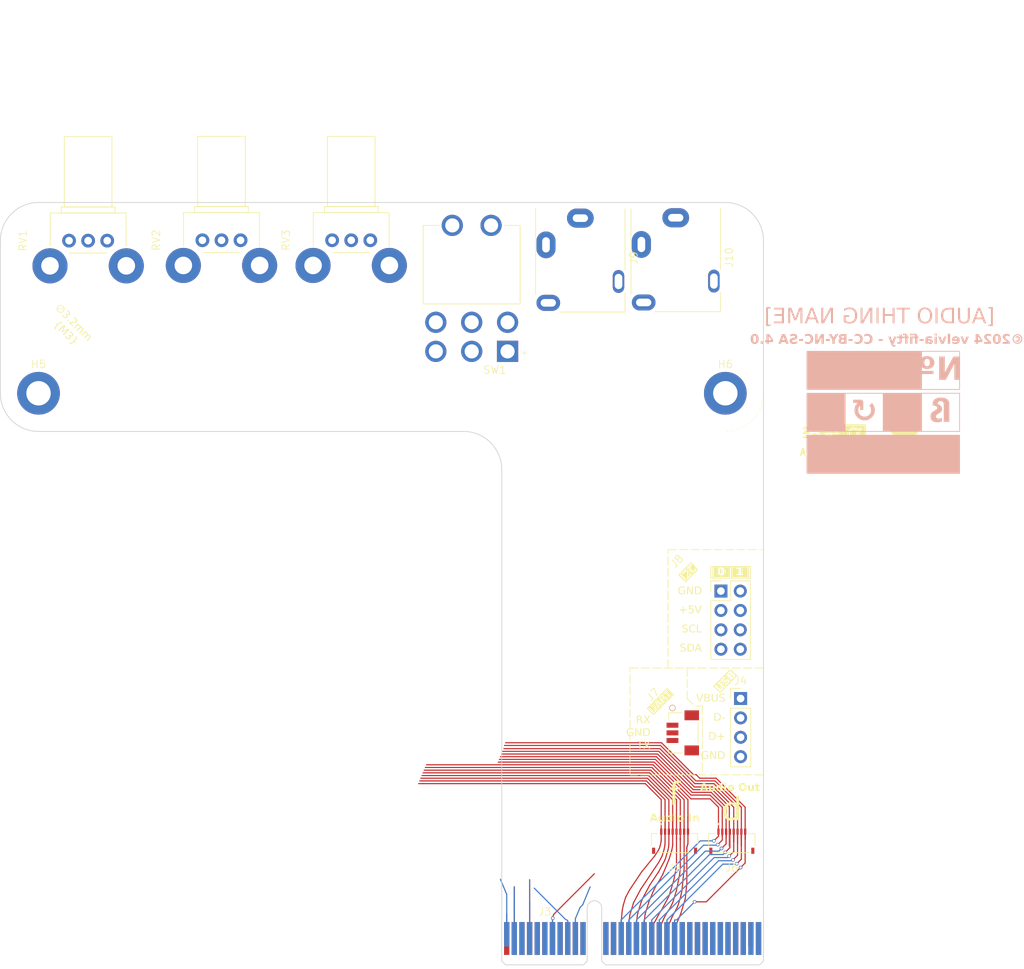
<source format=kicad_pcb>
(kicad_pcb (version 20240108) (generator "pcbnew") (generator_version "8.0")
  (layers (0 "F.Cu" signal) (31 "B.Cu" signal) (34 "B.Paste" user) (35 "F.Paste" user) (36 "B.SilkS" user "B.Silkscreen") (37 "F.SilkS" user "F.Silkscreen") (38 "B.Mask" user) (39 "F.Mask" user) (44 "Edge.Cuts" user))
  (net 0 "")
  (net 1 "GND")
  (net 2 "+5V")
  (net 3 "+12V")
  (net 4 "-12V")
  (net 5 "Net-(D4-A)")
  (net 6 "/Bus/CON_GATE")
  (net 7 "/Bus/CON_CV")
  (net 13 "Net-(J3-PRSNT_A)")
  (net 16 "/Bus/USB_D+")
  (net 17 "Net-(J3-Audio_In_B)")
  (net 18 "Net-(J3-Audio_Out_D)")
  (net 19 "Net-(J3-Audio_In_D)")
  (net 20 "Net-(J3-Audio_Out_B)")
  (net 21 "Net-(J3-USB_D-)")
  (net 22 "Net-(J3-Audio_Out_A)")
  (net 23 "Net-(J3-Audio_In_A)")
  (net 24 "Net-(J3-Audio_In_C)")
  (net 25 "Net-(J3-USB_5V)")
  (net 26 "Net-(J3-Audio_Out_C)")
  (net 27 "/Bus/I2C1_SDA")
  (net 28 "/Bus/I2C1_SCL")
  (net 29 "Net-(J3-UART_RX)")
  (net 30 "Net-(J3-UART_TX)")
  (net 33 "/Bus/I2C0_SDA")
  (net 35 "/Bus/I2C0_SCL")
  (footprint "Connector_Audio:Jack_3.5mm_CUI_SJ1-3514N_Horizontal" (layer "F.Cu") (at 213.2625 47.85 -90)
    (property "Reference" "J10")
    (property "Value" "Stereo Jack - THT")
  )
  (footprint "AT-Footprints:AMPHENOL_F33B-1A7Q1-E8C08" (layer "F.Cu") (at 220.6125 130.05)
    (property "Reference" "J6")
    (property "Value" "Audio Out")
  )
  (footprint "Connector_PCBEdge:BUS_PCIexpress_x4" (layer "F.Cu") (at 191.1125 142.3)
    (property "Reference" "J3")
    (property "Value" "~" (hide yes))
    (fp_line (start -0.65 -4.95) (end -0.65 2.95) (stroke (width 0.1)) (layer "Edge.Cuts"))
    (fp_line (start -0.65 2.95) (end -0.15 3.45) (stroke (width 0.1)) (layer "Edge.Cuts"))
    (fp_line (start -0.15 3.45) (end 10.05 3.45) (stroke (width 0.1)) (layer "Edge.Cuts"))
    (fp_line (start 10.55 -4) (end 10.55 2.95) (stroke (width 0.1)) (layer "Edge.Cuts"))
    (fp_line (start 10.55 2.95) (end 10.05 3.45) (stroke (width 0.1)) (layer "Edge.Cuts"))
    (fp_line (start 12.45 -4) (end 12.45 2.95) (stroke (width 0.1)) (layer "Edge.Cuts"))
    (fp_line (start 12.45 2.95) (end 12.95 3.45) (stroke (width 0.1)) (layer "Edge.Cuts"))
    (fp_line (start 12.95 3.45) (end 33.15 3.45) (stroke (width 0.1)) (layer "Edge.Cuts"))
    (fp_line (start 33.65 -4.95) (end 33.65 2.95) (stroke (width 0.1)) (layer "Edge.Cuts"))
    (fp_line (start 33.65 2.95) (end 33.15 3.45) (stroke (width 0.1)) (layer "Edge.Cuts"))
    (fp_arc (start 10.55 -4) (mid 11.5 -4.95) (end 12.45 -4) (stroke (width 0.1)) (layer "Edge.Cuts"))
  )
  (footprint "Symbol:OSHW-Logo2_7.3x6mm_SilkScreen" (layer "F.Cu") (at 243.2431 77.630501)
    (property "Reference" "REF**" (hide yes))
    (property "Value" "OSHW-Logo2_7.3x6mm_SilkScreen" (hide yes))
  )
  (footprint "Potentiometer_THT:Potentiometer_Bourns_PTV09A-2_Single_Horizontal" (layer "F.Cu") (at 156.2375 50.8 90)
    (property "Reference" "RV2")
    (property "Value" "PTV09 Pot HZ")
  )
  (footprint "Connector_Audio:Jack_3.5mm_CUI_SJ1-3514N_Horizontal" (layer "F.Cu") (at 200.7625 47.9 -90)
    (property "Reference" "J9")
    (property "Value" "Stereo Jack - THT")
  )
  (footprint "Connector_PinHeader_2.54mm:PinHeader_1x04_P2.54mm_Vertical" (layer "F.Cu") (at 221.7625 110.85)
    (property "Reference" "J4")
    (property "Value" "USB")
  )
  (footprint "MountingHole:MountingHole_3.2mm_M3_DIN965_Pad" (layer "F.Cu") (at 219.7625 70.85)
    (property "Reference" "H6")
    (property "Value" "M3")
  )
  (footprint "AT-Footprints:at-logo" (layer "F.Cu") (at 234.118236 74.580441)
    (property "Reference" "G***" (hide yes))
    (property "Value" "LOGO" (hide yes))
  )
  (footprint "MountingHole:MountingHole_3.2mm_M3_DIN965_Pad" (layer "F.Cu") (at 129.7625 70.85)
    (property "Reference" "H5")
    (property "Value" "M3")
  )
  (footprint "Potentiometer_THT:Potentiometer_Bourns_PTV09A-2_Single_Horizontal" (layer "F.Cu") (at 173.2375 50.8 90)
    (property "Reference" "RV3")
    (property "Value" "PTV09 Pot HZ")
  )
  (footprint "AT-Footprints:CONN_BM03B-SRSS-TBLFSN_JST" (layer "F.Cu") (at 214.2625 115.35 90)
    (property "Reference" "J7")
    (property "Value" "UART")
  )
  (footprint "AT-Footprints:DPDT Micro SW_1825138-7" (layer "F.Cu") (at 191.224 65.36 180)
    (property "Reference" "SW1")
    (property "Value" "Micro Toggle")
  )
  (footprint "Connector_PinHeader_2.54mm:PinHeader_2x04_P2.54mm_Vertical" (layer "F.Cu") (at 219.1825 96.77)
    (property "Reference" "J8")
    (property "Value" "I2C")
  )
  (footprint "Potentiometer_THT:Potentiometer_Bourns_PTV09A-2_Single_Horizontal" (layer "F.Cu") (at 138.7625 50.85 90)
    (property "Reference" "RV1")
    (property "Value" "PTV09 Pot HZ")
  )
  (footprint "AT-Footprints:AMPHENOL_F33B-1A7Q1-E8C08" (layer "F.Cu") (at 213.1125 130.05)
    (property "Reference" "J5")
    (property "Value" "Audio In")
  )
  (gr_rect (start 230.4625 70.85) (end 235.4625 75.85) (stroke (width 0.1)) (fill solid) (layer "B.SilkS"))
  (gr_poly (pts (xy 245.4625 65.35) (xy 250.4625 65.35) (xy 250.4625 70.35) (xy 245.4625 70.350001)) (stroke (width 0.1)) (fill none) (layer "B.SilkS"))
  (gr_rect (start 235.4625 70.85) (end 240.4625 75.85) (stroke (width 0.1)) (fill none) (layer "B.SilkS"))
  (gr_rect (start 245.4625 70.85) (end 250.4625 75.85) (stroke (width 0.1)) (fill none) (layer "B.SilkS"))
  (gr_poly (pts (xy 230.4625 65.35) (xy 245.4625 65.35) (xy 245.4625 70.350001) (xy 230.4625 70.35)) (stroke (width 0.1)) (fill solid) (layer "B.SilkS"))
  (gr_rect (start 240.4625 70.85) (end 245.4625 75.85) (stroke (width 0.1)) (fill solid) (layer "B.SilkS"))
  (gr_rect (start 230.4625 76.35) (end 250.4625 81.35) (stroke (width 0.1)) (fill solid) (layer "B.SilkS"))
  (gr_line (start 215.7625 111.85) (end 216.7625 111.85) (stroke (width 0.1) (type dash)) (layer "F.SilkS"))
  (gr_arc (start 224.7625 70.85) (mid 223.298034 74.385534) (end 219.7625 75.85) (stroke (width 0.1) (type dot)) (layer "F.SilkS"))
  (gr_line (start 207.2625 106.85) (end 212.9191 106.85) (stroke (width 0.1) (type dash)) (layer "F.SilkS"))
  (gr_line (start 214.7625 106.85) (end 214.7625 110.85) (stroke (width 0.1) (type dash)) (layer "F.SilkS"))
  (gr_line (start 212.2625 91.35) (end 224.7625 91.35) (stroke (width 0.1) (type dash)) (layer "F.SilkS"))
  (gr_line (start 212.2625 106.85) (end 212.2625 91.35) (stroke (width 0.1) (type dash)) (layer "F.SilkS"))
  (gr_line (start 216.7625 111.85) (end 216.7625 120.85) (stroke (width 0.1) (type dash)) (layer "F.SilkS"))
  (gr_line (start 214.7625 110.85) (end 215.7625 111.85) (stroke (width 0.1) (type dash)) (layer "F.SilkS"))
  (gr_line (start 224.7625 106.85) (end 212.9191 106.85) (stroke (width 0.1) (type dash)) (layer "F.SilkS"))
  (gr_line (start 224.7625 120.85) (end 207.2625 120.85) (stroke (width 0.1) (type dash)) (layer "F.SilkS"))
  (gr_line (start 207.2625 120.85) (end 207.2625 106.85) (stroke (width 0.1) (type dash)) (layer "F.SilkS"))
  (gr_arc (start 185.4625 75.85) (mid 188.998034 77.314466) (end 190.4625 80.85) (stroke (width 0.1)) (layer "Edge.Cuts"))
  (gr_line (start 219.7625 45.85) (end 129.7625 45.85) (stroke (width 0.1)) (layer "Edge.Cuts"))
  (gr_line (start 224.7625 137.35) (end 224.7625 50.85) (stroke (width 0.1)) (layer "Edge.Cuts"))
  (gr_arc (start 219.7625 45.85) (mid 223.298034 47.314466) (end 224.7625 50.85) (stroke (width 0.1)) (layer "Edge.Cuts"))
  (gr_arc (start 124.7625 50.85) (mid 126.226966 47.314466) (end 129.7625 45.85) (stroke (width 0.1)) (layer "Edge.Cuts"))
  (gr_arc (start 129.7625 75.85) (mid 126.226966 74.385534) (end 124.7625 70.85) (stroke (width 0.1)) (layer "Edge.Cuts"))
  (gr_line (start 190.4625 137.35) (end 190.4625 80.85) (stroke (width 0.1)) (layer "Edge.Cuts"))
  (gr_line (start 185.4625 75.85) (end 129.7625 75.85) (stroke (width 0.1)) (layer "Edge.Cuts"))
  (gr_line (start 124.7625 70.85) (end 124.7625 50.85) (stroke (width 0.1)) (layer "Edge.Cuts"))
  (gr_text "Nº" (at 247.9625 67.85 0) (layer "B.SilkS") (effects (font (size 3 3) (thickness 0.3) (bold yes)) (justify mirror)))
  (gr_text "©2024 velvia-fifty - CC-BY-NC-SA 4.0" (at 240.9625 63.85 0) (layer "B.SilkS") (effects (font (size 1.25 1.25) (thickness 0.25) (bold yes)) (justify mirror)))
  (gr_text "↺" (at 237.9625 73.35 0) (layer "B.SilkS") (effects (font (size 3 3) (thickness 0.3) (bold yes)) (justify mirror)))
  (gr_text "ß" (at 247.9625 73.35 0) (layer "B.SilkS") (effects (font (size 3 3) (thickness 0.3) (bold yes)) (justify mirror)))
  (gr_text "[AUDIO THING NAME]" (at 239.9625 60.85 0) (layer "B.SilkS") (effects (font (size 2 2) (thickness 0.1)) (justify mirror)))
  (gr_text "D-" (at 219.7625 113.35 0) (layer "F.SilkS") (effects (font (size 1 1) (thickness 0.1)) (justify right)))
  (gr_text "| 0 | 1 |" (at 220.4525 94.27 0) (layer "F.SilkS" knockout) (effects (font (size 1 1) (thickness 0.2) (bold yes))))
  (gr_text "GND" (at 219.7625 118.35 0) (layer "F.SilkS") (effects (font (size 1 1) (thickness 0.1)) (justify right)))
  (gr_text "SDA" (at 216.6825 104.27 0) (layer "F.SilkS") (effects (font (size 1 1) (thickness 0.1)) (justify right)))
  (gr_text "GND" (at 209.9591 115.35 0) (layer "F.SilkS") (effects (font (size 1 1) (thickness 0.1)) (justify right)))
  (gr_text "VBUS" (at 219.7625 110.85 0) (layer "F.SilkS") (effects (font (size 1 1) (thickness 0.1)) (justify right)))
  (gr_text "RX" (at 209.9591 113.687059 0) (layer "F.SilkS") (effects (font (size 1 1) (thickness 0.1)) (justify right)))
  (gr_text "SCL" (at 216.6825 101.77 0) (layer "F.SilkS") (effects (font (size 1 1) (thickness 0.1)) (justify right)))
  (gr_text "∅3.2mm \n{M3}" (at 133.9191 62.35 315) (layer "F.SilkS") (effects (font (size 1 1) (thickness 0.1875))))
  (gr_text "+5V" (at 216.6825 99.27 0) (layer "F.SilkS") (effects (font (size 1 1) (thickness 0.1)) (justify right)))
  (gr_text "TX" (at 209.9591 117.012941 0) (layer "F.SilkS") (effects (font (size 1 1) (thickness 0.1)) (justify right)))
  (gr_text "d" (at 220.6125 125.55 0) (layer "F.SilkS") (effects (font (size 3 3) (thickness 0.1875))))
  (gr_text "GND" (at 216.7225 96.77 0) (layer "F.SilkS") (effects (font (size 1 1) (thickness 0.1)) (justify right)))
  (gr_text "f" (at 213.1125 123.55 0) (layer "F.SilkS") (effects (font (size 3 3) (thickness 0.1875))))
  (gr_text "D+" (at 219.7625 115.85 0) (layer "F.SilkS") (effects (font (size 1 1) (thickness 0.1)) (justify right)))
  (segment (start 214.362 124.11) (end 210.138 119.886) (width 0.1524) (layer "F.Cu") (net 1))
  (segment (start 206.112 142.3) (end 206.112 140.058) (width 0.1524) (layer "F.Cu") (net 1))
  (segment (start 220.362 128.3) (end 220.362 129.35) (width 0.1524) (layer "F.Cu") (net 1))
  (segment (start 210.914 130.863) (end 211.124 130.47) (width 0.1524) (layer "F.Cu") (net 1))
  (segment (start 208.269 139.053) (end 208.734 137.522) (width 0.1524) (layer "F.Cu") (net 1))
  (segment (start 213.554 137.982) (end 213.924 136.763) (width 0.1524) (layer "F.Cu") (net 1))
  (segment (start 215.582 120.825) (end 211.405 116.648) (width 0.1524) (layer "F.Cu") (net 1))
  (segment (start 213.362 129.248) (end 213.362 129.059) (width 0.1524) (layer "F.Cu") (net 1))
  (segment (start 214.362 128.98) (end 214.362 128.406) (width 0.1524) (layer "F.Cu") (net 1))
  (segment (start 218.058 122.795) (end 215.554 122.795) (width 0.1524) (layer "F.Cu") (net 1))
  (segment (start 215.554 122.795) (end 210.883 118.124) (width 0.1524) (layer "F.Cu") (net 1))
  (segment (start 207.211 135.941) (end 208.81 133.547) (width 0.1524) (layer "F.Cu") (net 1))
  (segment (start 220.362 129.35) (end 220.362 128.3) (width 0.1524) (layer "F.Cu") (net 1))
  (segment (start 215.761 122) (end 211.18 117.419) (width 0.1524) (layer "F.Cu") (net 1))
  (segment (start 211.899 131.867) (end 212.245 130.724) (width 0.1524) (layer "F.Cu") (net 1))
  (segment (start 209.262 122) (end 179.569 122) (width 0.1524) (layer "F.Cu") (net 1))
  (segment (start 210.138 119.886) (end 180.455 119.886) (width 0.1524) (layer "F.Cu") (net 1))
  (segment (start 211.253 130.043) (end 211.343 129.594) (width 0.1524) (layer "F.Cu") (net 1))
  (segment (start 210.112 142.11) (end 210.112 142.148) (width 0.1524) (layer "F.Cu") (net 1))
  (segment (start 213.45 138.233) (end 213.554 137.982) (width 0.1524) (layer "F.Cu") (net 1))
  (segment (start 211.028 133.544) (end 211.809 132.082) (width 0.1524) (layer "F.Cu") (net 1))
  (segment (start 214.362 128.385) (end 214.362 124.11) (width 0.1524) (layer "F.Cu") (net 1))
  (segment (start 214.08 135.978) (end 214.361 133.124) (width 0.1524) (layer "F.Cu") (net 1))
  (segment (start 210.112 141.466) (end 210.127 141.315) (width 0.1524) (layer "F.Cu") (net 1))
  (segment (start 212.362 129.983) (end 212.362 128.624) (width 0.1524) (layer "F.Cu") (net 1))
  (segment (start 220.362 129.35) (end 220.362 130.115) (width 0.1524) (layer "F.Cu") (net 1))
  (segment (start 212.362 128.624) (end 212.362 128.623) (width 0.1524) (layer "F.Cu") (net 1))
  (segment (start 210.17 141.098) (end 210.342 140.531) (width 0.1524) (layer "F.Cu") (net 1))
  (segment (start 212.112 142.3) (end 212.112 141.618) (width 0.1524) (layer "F.Cu") (net 1))
  (segment (start 212.362 124.103) (end 209.554 121.295) (width 0.1524) (layer "F.Cu") (net 1))
  (segment (start 208.734 137.522) (end 208.953 136.993) (width 0.1524) (layer "F.Cu") (net 1))
  (segment (start 213.362 132.472) (end 213.362 129.248) (width 0.1524) (layer "F.Cu") (net 1))
  (segment (start 212.245 130.724) (end 212.332 130.286) (width 0.1524) (layer "F.Cu") (net 1))
  (segment (start 211.362 128.55) (end 211.362 128.5) (width 0.1524) (layer "F.Cu") (net 1))
  (segment (start 206.258 138.578) (end 206.387 137.927) (width 0.1524) (layer "F.Cu") (net 1))
  (segment (start 219.362 128.3) (end 219.362 125.1) (width 0.1524) (layer "F.Cu") (net 1))
  (segment (start 216.408 121.295) (end 215.938 120.825) (width 0.1524) (layer "F.Cu") (net 1))
  (segment (start 211.18 117.419) (end 190.741 117.419) (width 0.1524) (layer "F.Cu") (net 1))
  (segment (start 220.289 125.026) (end 218.058 122.795) (width 0.1524) (layer "F.Cu") (net 1))
  (segment (start 213.362 124.107) (end 209.846 120.59) (width 0.1524) (layer "F.Cu") (net 1))
  (segment (start 222.362 125.1) (end 218.558 121.295) (width 0.1524) (layer "F.Cu") (net 1))
  (segment (start 212.362 128.623) (end 212.362 128.606) (width 0.1524) (layer "F.Cu") (net 1))
  (segment (start 219.362 128.85) (end 219.362 128.3) (width 0.1524) (layer "F.Cu") (net 1))
  (segment (start 222.362 128.3) (end 222.362 129.3) (width 0.1524) (layer "F.Cu") (net 1))
  (segment (start 219.362 128.85) (end 219.362 129.4) (width 0.1524) (layer "F.Cu") (net 1))
  (segment (start 211.405 116.648) (end 190.967 116.648) (width 0.1524) (layer "F.Cu") (net 1))
  (segment (start 209.646 132.528) (end 210.483 131.508) (width 0.1524) (layer "F.Cu") (net 1))
  (segment (start 211.362 128.55) (end 211.362 128.5) (width 0.1524) (layer "F.Cu") (net 1))
  (segment (start 219.362 125.1) (end 217.762 123.5) (width 0.1524) (layer "F.Cu") (net 1))
  (segment (start 212.985 134.748) (end 213.288 133.223) (width 0.1524) (layer "F.Cu") (net 1))
  (segment (start 215.738 137.49) (end 217.272 137.49) (width 0.1524) (layer "F.Cu") (net 1))
  (segment (start 212.758 139.529) (end 213.45 138.233) (width 0.1524) (layer "F.Cu") (net 1))
  (segment (start 208.112 140.764) (end 208.112 141.071) (width 0.1524) (layer "F.Cu") (net 1))
  (segment (start 209.846 120.59) (end 180.16 120.59) (width 0.1524) (layer "F.Cu") (net 1))
  (segment (start 212.332 130.286) (end 212.362 129.983) (width 0.1524) (layer "F.Cu") (net 1))
  (segment (start 211.406 138.561) (end 212.384 136.732) (width 0.1524) (layer "F.Cu") (net 1))
  (segment (start 212.384 136.732) (end 212.985 134.748) (width 0.1524) (layer "F.Cu") (net 1))
  (segment (start 210.342 140.531) (end 210.491 140.17) (width 0.1524) (layer "F.Cu") (net 1))
  (segment (start 212.156 141.167) (end 212.17 141.098) (width 0.1524) (layer "F.Cu") (net 1))
  (segment (start 222.362 128.3) (end 222.362 125.1) (width 0.1524) (layer "F.Cu") (net 1))
  (segment (start 214.361 128.982) (end 214.362 128.98) (width 0.1524) (layer "F.Cu") (net 1))
  (segment (start 211.343 129.594) (end 211.362 129.396) (width 0.1524) (layer "F.Cu") (net 1))
  (segment (start 221.362 125.1) (end 218.262 122) (width 0.1524) (layer "F.Cu") (net 1))
  (segment (start 210.491 140.17) (end 211.137 138.963) (width 0.1524) (layer "F.Cu") (net 1))
  (segment (start 208.81 133.547) (end 209.646 132.528) (width 0.1524) (layer "F.Cu") (net 1))
  (segment (start 210.483 131.508) (end 210.914 130.863) (width 0.1524) (layer "F.Cu") (net 1))
  (segment (start 220.289 130.189) (end 220.289 125.026) (width 0.1524) (layer "F.Cu") (net 1))
  (segment (start 210.591 118.828) (end 190.157 118.828) (width 0.1524) (layer "F.Cu") (net 1))
  (segment (start 208.953 136.993) (end 209.867 135.282) (width 0.1524) (layer "F.Cu") (net 1))
  (segment (start 210.112 142.148) (end 210.112 142.11) (width 0.1524) (layer "F.Cu") (net 1))
  (segment (start 221.362 131.4) (end 220.762 132) (width 0.1524) (layer "F.Cu") (net 1))
  (segment (start 213.362 129.248) (end 213.362 129.059) (width 0.1524) (layer "F.Cu") (net 1))
  (segment (start 211.137 138.963) (end 211.406 138.561) (width 0.1524) (layer "F.Cu") (net 1))
  (segment (start 212.362 128.624) (end 212.362 128.623) (width 0.1524) (layer "F.Cu") (net 1))
  (segment (start 220.362 130.115) (end 220.289 130.189) (width 0.1524) (layer "F.Cu") (net 1))
  (segment (start 211.362 128.5) (end 211.362 124.1) (width 0.1524) (layer "F.Cu") (net 1))
  (segment (start 218.558 121.295) (end 216.408 121.295) (width 0.1524) (layer "F.Cu") (net 1))
  (segment (start 208.112 140.764) (end 208.112 141.071) (width 0.1524) (layer "F.Cu") (net 1))
  (segment (start 212.362 128.623) (end 212.362 128.606) (width 0.1524) (layer "F.Cu") (net 1))
  (segment (start 221.362 128.3) (end 221.362 129.85) (width 0.1524) (layer "F.Cu") (net 1))
  (segment (start 208.112 140.456) (end 208.232 139.239) (width 0.1524) (layer "F.Cu") (net 1))
  (segment (start 220.362 128.3) (end 220.362 129.35) (width 0.1524) (layer "F.Cu") (net 1))
  (segment (start 212.362 128.606) (end 212.362 124.103) (width 0.1524) (layer "F.Cu") (net 1))
  (segment (start 221.362 129.85) (end 221.362 128.3) (width 0.1524) (layer "F.Cu") (net 1))
  (segment (start 217.762 123.5) (end 215.262 123.5) (width 0.1524) (layer "F.Cu") (net 1))
  (segment (start 220.362 129.35) (end 220.362 130.115) (width 0.1524) (layer "F.Cu") (net 1))
  (segment (start 219.362 129.4) (end 218.762 130) (width 0.1524) (layer "F.Cu") (net 1))
  (segment (start 218.262 122) (end 215.761 122) (width 0.1524) (layer "F.Cu") (net 1))
  (segment (start 206.701 136.894) (end 207.211 135.941) (width 0.1524) (layer "F.Cu") (net 1))
  (segment (start 221.362 128.3) (end 221.362 125.1) (width 0.1524) (layer "F.Cu") (net 1))
  (segment (start 210.95 133.662) (end 211.028 133.544) (width 0.1524) (layer "F.Cu") (net 1))
  (segment (start 206.387 137.927) (end 206.701 136.894) (width 0.1524) (layer "F.Cu") (net 1))
  (segment (start 213.288 133.223) (end 213.362 132.472) (width 0.1524) (layer "F.Cu") (net 1))
  (segment (start 214.361 133.124) (end 214.361 128.982) (width 0.1524) (layer "F.Cu") (net 1))
  (segment (start 211.809 132.082) (end 211.899 131.867) (width 0.1524) (layer "F.Cu") (net 1))
  (segment (start 214.362 128.406) (end 214.362 128.385) (width 0.1524) (layer "F.Cu") (net 1))
  (segment (start 210.127 141.315) (end 210.17 141.098) (width 0.1524) (layer "F.Cu") (net 1))
  (segment (start 209.554 121.295) (end 179.864 121.295) (width 0.1524) (layer "F.Cu") (net 1))
  (segment (start 212.112 141.618) (end 212.156 141.167) (width 0.1524) (layer "F.Cu") (net 1))
  (segment (start 208.112 140.764) (end 208.112 140.456) (width 0.1524) (layer "F.Cu") (net 1))
  (segment (start 220.362 130.115) (end 220.362 130.4) (width 0.1524) (layer "F.Cu") (net 1))
  (segment (start 215.938 120.825) (end 215.582 120.825) (width 0.1524) (layer "F.Cu") (net 1))
  (segment (start 214.362 128.406) (end 214.362 128.385) (width 0.1524) (layer "F.Cu") (net 1))
  (segment (start 210.112 142.148) (end 210.112 142.3) (width 0.1524) (layer "F.Cu") (net 1))
  (segment (start 222.362 129.3) (end 222.362 132.4) (width 0.1524) (layer "F.Cu") (net 1))
  (segment (start 208.112 141.071) (end 208.112 142.3) (width 0.1524) (layer "F.Cu") (net 1))
  (segment (start 209.867 135.282) (end 210.95 133.662) (width 0.1524) (layer "F.Cu") (net 1))
  (segment (start 210.112 142.11) (end 210.112 141.466) (width 0.1524) (layer "F.Cu") (net 1))
  (segment (start 215.262 123.5) (end 210.591 118.828) (width 0.1524) (layer "F.Cu") (net 1))
  (segment (start 217.272 137.49) (end 221.762 133) (width 0.1524) (layer "F.Cu") (net 1))
  (segment (start 222.362 132.4) (end 221.762 133) (width 0.1524) (layer "F.Cu") (net 1))
  (segment (start 213.362 129.059) (end 213.362 124.107) (width 0.1524) (layer "F.Cu") (net 1))
  (segment (start 220.362 130.4) (end 219.762 131) (width 0.1524) (layer "F.Cu") (net 1))
  (segment (start 212.342 140.531) (end 212.758 139.529) (width 0.1524) (layer "F.Cu") (net 1))
  (segment (start 210.883 118.124) (end 190.449 118.124) (width 0.1524) (layer "F.Cu") (net 1))
  (segment (start 211.124 130.47) (end 211.253 130.043) (width 0.1524) (layer "F.Cu") (net 1))
  (segment (start 211.362 129.396) (end 211.362 128.55) (width 0.1524) (layer "F.Cu") (net 1))
  (segment (start 222.362 129.3) (end 222.362 128.3) (width 0.1524) (layer "F.Cu") (net 1))
  (segment (start 213.924 136.763) (end 214.08 135.978) (width 0.1524) (layer "F.Cu") (net 1))
  (segment (start 208.232 139.239) (end 208.269 139.053) (width 0.1524) (layer "F.Cu") (net 1))
  (segment (start 219.362 128.3) (end 219.362 128.85) (width 0.1524) (layer "F.Cu") (net 1))
  (segment (start 221.362 129.85) (end 221.362 131.4) (width 0.1524) (layer "F.Cu") (net 1))
  (segment (start 212.17 141.098) (end 212.342 140.531) (width 0.1524) (layer "F.Cu") (net 1))
  (segment (start 206.112 140.058) (end 206.258 138.578) (width 0.1524) (layer "F.Cu") (net 1))
  (segment (start 211.362 124.1) (end 209.262 122) (width 0.1524) (layer "F.Cu") (net 1))
  (via (at 220.762 132) (size 0.46) (drill 0.3) (layers "F.Cu" "B.Cu") (net 1))
  (via (at 219.762 131) (size 0.46) (drill 0.3) (layers "F.Cu" "B.Cu") (net 1))
  (via (at 221.762 133) (size 0.46) (drill 0.3) (layers "F.Cu" "B.Cu") (net 1))
  (via (at 218.762 130) (size 0.46) (drill 0.3) (layers "F.Cu" "B.Cu") (net 1))
  (via (at 215.738 137.49) (size 0.46) (drill 0.3) (layers "F.Cu" "B.Cu") (net 1))
  (segment (start 220.657 132.105) (end 220.762 132) (width 0.1524) (layer "B.Cu") (net 1))
  (segment (start 219.465 131.297) (end 219.762 131) (width 0.1524) (layer "B.Cu") (net 1))
  (segment (start 213.112 142.3) (end 213.112 139.872) (width 0.1524) (layer "B.Cu") (net 1))
  (segment (start 211.112 142.3) (end 211.112 139.872) (width 0.1524) (layer "B.Cu") (net 1))
  (segment (start 213.356 139.872) (end 215.738 137.49) (width 0.1524) (layer "B.Cu") (net 1))
  (segment (start 209.112 142.3) (end 209.112 139.872) (width 0.1524) (layer "B.Cu") (net 1))
  (segment (start 211.112 139.872) (end 218.879 132.105) (width 0.1524) (layer "B.Cu") (net 1))
  (segment (start 216.913 130.072) (end 218.69 130.072) (width 0.1524) (layer "B.Cu") (net 1))
  (segment (start 217.688 131.297) (end 219.465 131.297) (width 0.1524) (layer "B.Cu") (net 1))
  (segment (start 213.112 139.872) (end 213.356 139.872) (width 0.1524) (layer "B.Cu") (net 1))
  (segment (start 218.69 130.072) (end 218.762 130) (width 0.1524) (layer "B.Cu") (net 1))
  (segment (start 207.112 142.3) (end 207.112 139.872) (width 0.1524) (layer "B.Cu") (net 1))
  (segment (start 218.879 132.105) (end 220.657 132.105) (width 0.1524) (layer "B.Cu") (net 1))
  (segment (start 207.112 139.872) (end 216.913 130.072) (width 0.1524) (layer "B.Cu") (net 1))
  (segment (start 209.112 139.872) (end 217.688 131.297) (width 0.1524) (layer "B.Cu") (net 1))
  (segment (start 192.1125 142.3) (end 192.1125 139.2705) (width 0.1524) (layer "F.Cu") (net 2))
  (segment (start 192.1125 139.2705) (end 192.112 139.27) (width 0.1524) (layer "F.Cu") (net 2))
  (segment (start 192.112 135.525) (end 192.112 139.27) (width 0.1524) (layer "F.Cu") (net 2))
  (segment (start 192.112 137.2185) (end 192.1125 137.219) (width 0.1524) (layer "B.Cu") (net 2))
  (segment (start 192.112 135.525) (end 192.112 137.2185) (width 0.1524) (layer "B.Cu") (net 2))
  (segment (start 192.112 137.2185) (end 192.112 138.912) (width 0.1524) (layer "B.Cu") (net 2))
  (segment (start 192.1125 137.219) (end 192.1125 142.3) (width 0.1524) (layer "B.Cu") (net 2))
  (segment (start 194.112 139.166) (end 194.1125 139.1665) (width 0.1524) (layer "F.Cu") (net 3))
  (segment (start 194.1125 139.1665) (end 194.1125 142.3) (width 0.1524) (layer "F.Cu") (net 3))
  (segment (start 194.112 139.166) (end 194.112 134.603) (width 0.1524) (layer "F.Cu") (net 3))
  (segment (start 194.112 142.3) (end 194.112 139.166) (width 0.1524) (layer "F.Cu") (net 3))
  (segment (start 194.112 137.6) (end 194.112 139.166) (width 0.1524) (layer "B.Cu") (net 3))
  (segment (start 194.112 137.6) (end 194.112 139.166) (width 0.1524) (layer "B.Cu") (net 3))
  (segment (start 194.112 140.733) (end 194.1125 140.7335) (width 0.1524) (layer "B.Cu") (net 3))
  (segment (start 194.112 140.733) (end 194.112 142.3) (width 0.1524) (layer "B.Cu") (net 3))
  (segment (start 194.1125 140.7335) (end 194.1125 142.3) (width 0.1524) (layer "B.Cu") (net 3))
  (segment (start 194.112 137.599) (end 194.112 137.6) (width 0.1524) (layer "B.Cu") (net 3))
  (segment (start 194.112 137.599) (end 194.112 137.6) (width 0.1524) (layer "B.Cu") (net 3))
  (segment (start 194.112 134.603) (end 194.112 137.599) (width 0.1524) (layer "B.Cu") (net 3))
  (segment (start 194.112 139.166) (end 194.112 140.733) (width 0.1524) (layer "B.Cu") (net 3))
  (segment (start 197.112 142.3) (end 197.112 140.9985) (width 0.1524) (layer "F.Cu") (net 4))
  (segment (start 197.149 139.448) (end 197.28 139.132) (width 0.1524) (layer "F.Cu") (net 4))
  (segment (start 197.1125 140.999) (end 197.1125 142.3) (width 0.1524) (layer "F.Cu") (net 4))
  (segment (start 197.112 139.697) (end 197.13 139.652) (width 0.1524) (layer "F.Cu") (net 4))
  (segment (start 197.112 140.9985) (end 197.1125 140.999) (width 0.1524) (layer "F.Cu") (net 4))
  (segment (start 197.28 139.132) (end 202.593 133.819) (width 0.1524) (layer "F.Cu") (net 4))
  (segment (start 197.112 140.9985) (end 197.112 139.697) (width 0.1524) (layer "F.Cu") (net 4))
  (segment (start 197.13 139.652) (end 197.149 139.634) (width 0.1524) (layer "F.Cu") (net 4))
  (segment (start 197.149 139.634) (end 197.149 139.448) (width 0.1524) (layer "F.Cu") (net 4))
  (via (at 197.149 139.634) (size 0.46) (drill 0.3) (layers "F.Cu" "B.Cu") (net 4))
  (segment (start 197.149 139.634) (end 197.13 139.652) (width 0.1524) (layer "B.Cu") (net 4))
  (segment (start 197.13 139.652) (end 197.112 139.697) (width 0.1524) (layer "B.Cu") (net 4))
  (segment (start 197.112 140.342) (end 197.112 140.985) (width 0.1524) (layer "B.Cu") (net 4))
  (segment (start 197.112 140.985) (end 197.112 141.6425) (width 0.1524) (layer "B.Cu") (net 4))
  (segment (start 197.112 141.6425) (end 197.1125 141.643) (width 0.1524) (layer "B.Cu") (net 4))
  (segment (start 197.112 141.6425) (end 197.112 142.3) (width 0.1524) (layer "B.Cu") (net 4))
  (segment (start 197.1125 141.643) (end 197.1125 142.3) (width 0.1524) (layer "B.Cu") (net 4))
  (segment (start 197.112 140.341) (end 197.112 140.342) (width 0.1524) (layer "B.Cu") (net 4))
  (segment (start 197.112 140.341) (end 197.112 140.342) (width 0.1524) (layer "B.Cu") (net 4))
  (segment (start 197.112 140.342) (end 197.112 140.985) (width 0.1524) (layer "B.Cu") (net 4))
  (segment (start 197.112 139.697) (end 197.112 140.341) (width 0.1524) (layer "B.Cu") (net 4))
  (segment (start 198.817 139.795) (end 199.003 139.872) (width 0.1524) (layer "B.Cu") (net 6))
  (segment (start 199.112 141.693) (end 199.112 142.3) (width 0.1524) (layer "B.Cu") (net 6))
  (segment (start 199.1125 141.6935) (end 199.1125 142.3) (width 0.1524) (layer "B.Cu") (net 6))
  (segment (start 199.112 141.693) (end 199.1125 141.6935) (width 0.1524) (layer "B.Cu") (net 6))
  (segment (start 199.112 140.534) (end 199.112 141.086) (width 0.1524) (layer "B.Cu") (net 6))
  (segment (start 199.112 140.534) (end 199.112 141.086) (width 0.1524) (layer "B.Cu") (net 6))
  (segment (start 194.724 135.702) (end 198.817 139.795) (width 0.1524) (layer "B.Cu") (net 6))
  (segment (start 199.112 139.981) (end 199.112 140.534) (width 0.1524) (layer "B.Cu") (net 6))
  (segment (start 199.003 139.872) (end 199.112 139.981) (width 0.1524) (layer "B.Cu") (net 6))
  (segment (start 199.112 141.086) (end 199.112 141.693) (width 0.1524) (layer "B.Cu") (net 6))
  (segment (start 200.725 138.224) (end 200.112 139.702) (width 0.1524) (layer "B.Cu") (net 7))
  (segment (start 200.112 140.135) (end 200.112 140.136) (width 0.1524) (layer "B.Cu") (net 7))
  (segment (start 202.041 135.544) (end 201.076 137.872) (width 0.1524) (layer "B.Cu") (net 7))
  (segment (start 200.112 139.702) (end 200.112 140.135) (width 0.1524) (layer "B.Cu") (net 7))
  (segment (start 201.076 137.872) (end 200.725 138.224) (width 0.1524) (layer "B.Cu") (net 7))
  (segment (start 200.1125 141.4345) (end 200.1125 142.3) (width 0.1524) (layer "B.Cu") (net 7))
  (segment (start 200.112 140.136) (end 200.112 140.568) (width 0.1524) (layer "B.Cu") (net 7))
  (segment (start 200.112 141.434) (end 200.1125 141.4345) (width 0.1524) (layer "B.Cu") (net 7))
  (segment (start 200.112 140.135) (end 200.112 140.136) (width 0.1524) (layer "B.Cu") (net 7))
  (segment (start 200.112 141.434) (end 200.112 142.3) (width 0.1524) (layer "B.Cu") (net 7))
  (segment (start 200.112 140.136) (end 200.112 140.568) (width 0.1524) (layer "B.Cu") (net 7))
  (segment (start 200.112 140.568) (end 200.112 141.434) (width 0.1524) (layer "B.Cu") (net 7))
  (segment (start 191.112 139.136) (end 191.112 136.522) (width 0.1524) (layer "B.Cu") (net 13))
  (segment (start 191.112 139.136) (end 191.1125 139.1365) (width 0.1524) (layer "B.Cu") (net 13))
  (segment (start 191.112 136.522) (end 190.29 134.535) (width 0.1524) (layer "B.Cu") (net 13))
  (segment (start 191.112 141.75) (end 191.112 139.136) (width 0.1524) (layer "B.Cu") (net 13))
  (segment (start 191.1125 139.1365) (end 191.1125 141.75) (width 0.1524) (layer "B.Cu") (net 13))
  (segment (start 212.832 130.301) (end 212.862 129.996) (width 0.1524) (layer "F.Cu") (net 17))
  (segment (start 211.57 133.886) (end 212.395 131.895) (width 0.1524) (layer "F.Cu") (net 17))
  (segment (start 209.1125 141.686) (end 209.1125 142.3) (width 0.1524) (layer "F.Cu") (net 17))
  (segment (start 212.862 128.624) (end 212.862 128.623) (width 0.1524) (layer "F.Cu") (net 17))
  (segment (start 209.268 139.055) (end 209.733 137.525) (width 0.1524) (layer "F.Cu") (net 17))
  (segment (start 209.112 140.764) (end 209.112 140.457) (width 0.1524) (layer "F.Cu") (net 17))
  (segment (start 212.862 128.623) (end 212.862 128.608) (width 0.1524) (layer "F.Cu") (net 17))
  (segment (start 209.232 139.241) (end 209.268 139.055) (width 0.1524) (layer "F.Cu") (net 17))
  (segment (start 212.862 128.608) (end 212.862 126.3565) (width 0.1524) (layer "F.Cu") (net 17))
  (segment (start 209.112 141.071) (end 209.112 141.6855) (width 0.1524) (layer "F.Cu") (net 17))
  (segment (start 212.395 131.895) (end 212.744 130.743) (width 0.1524) (layer "F.Cu") (net 17))
  (segment (start 209.112 141.6855) (end 209.112 142.3) (width 0.1524) (layer "F.Cu") (net 17))
  (segment (start 209.112 140.457) (end 209.232 139.241) (width 0.1524) (layer "F.Cu") (net 17))
  (segment (start 209.733 137.525) (end 210.405 135.903) (width 0.1524) (layer "F.Cu") (net 17))
  (segment (start 210.405 135.903) (end 210.771 135.219) (width 0.1524) (layer "F.Cu") (net 17))
  (segment (start 212.862 126.3565) (end 212.8625 126.357) (width 0.1524) (layer "F.Cu") (net 17))
  (segment (start 212.862 129.996) (end 212.862 128.624) (width 0.1524) (layer "F.Cu") (net 17))
  (segment (start 212.862 126.3565) (end 212.862 124.105) (width 0.1524) (layer "F.Cu") (net 17))
  (segment (start 212.744 130.743) (end 212.832 130.301) (width 0.1524) (layer "F.Cu") (net 17))
  (segment (start 209.112 141.6855) (end 209.1125 141.686) (width 0.1524) (layer "F.Cu") (net 17))
  (segment (start 211.204 134.57) (end 211.57 133.886) (width 0.1524) (layer "F.Cu") (net 17))
  (segment (start 211.204 134.571) (end 211.204 134.57) (width 0.1524) (layer "F.Cu") (net 17))
  (segment (start 212.862 128.623) (end 212.862 128.608) (width 0.1524) (layer "F.Cu") (net 17))
  (segment (start 209.112 140.764) (end 209.112 141.071) (width 0.1524) (layer "F.Cu") (net 17))
  (segment (start 212.862 128.624) (end 212.862 128.623) (width 0.1524) (layer "F.Cu") (net 17))
  (segment (start 212.862 124.105) (end 209.7 120.943) (width 0.1524) (layer "F.Cu") (net 17))
  (segment (start 212.8625 126.357) (end 212.8625 128.3) (width 0.1524) (layer "F.Cu") (net 17))
  (segment (start 209.7 120.943) (end 180.012 120.943) (width 0.1524) (layer "F.Cu") (net 17))
  (segment (start 209.112 140.764) (end 209.112 141.071) (width 0.1524) (layer "F.Cu") (net 17))
  (segment (start 210.771 135.219) (end 211.204 134.571) (width 0.1524) (layer "F.Cu") (net 17))
  (segment (start 221.862 130.1) (end 221.862 131.9) (width 0.1524) (layer "F.Cu") (net 18))
  (segment (start 221.862 128.3) (end 221.862 125.102) (width 0.1524) (layer "F.Cu") (net 18))
  (segment (start 221.862 125.102) (end 218.408 121.648) (width 0.1524) (layer "F.Cu") (net 18))
  (segment (start 221.862 131.9) (end 221.262 132.5) (width 0.1524) (layer "F.Cu") (net 18))
  (segment (start 221.862 128.3) (end 221.862 129.2) (width 0.1524) (layer "F.Cu") (net 18))
  (segment (start 221.862 130.1) (end 221.862 129.2) (width 0.1524) (layer "F.Cu") (net 18))
  (segment (start 215.907 121.648) (end 211.259 117) (width 0.1524) (layer "F.Cu") (net 18))
  (segment (start 221.862 129.2) (end 221.8625 129.1995) (width 0.1524) (layer "F.Cu") (net 18))
  (segment (start 218.408 121.648) (end 215.907 121.648) (width 0.1524) (layer "F.Cu") (net 18))
  (segment (start 221.862 129.2) (end 221.862 130.1) (width 0.1524) (layer "F.Cu") (net 18))
  (segment (start 221.8625 129.1995) (end 221.8625 128.3) (width 0.1524) (layer "F.Cu") (net 18))
  (segment (start 211.259 117) (end 190.821 117) (width 0.1524) (layer "F.Cu") (net 18))
  (segment (start 221.862 129.2) (end 221.862 128.3) (width 0.1524) (layer "F.Cu") (net 18))
  (via (at 221.262 132.5) (size 0.46) (drill 0.3) (layers "F.Cu" "B.Cu") (net 18))
  (segment (start 212.1125 142.3) (end 212.112 142.3) (width 0.1524) (layer "B.Cu") (net 18))
  (segment (start 212.112 139.872) (end 219.429 132.556) (width 0.1524) (layer "B.Cu") (net 18))
  (segment (start 221.206 132.556) (end 221.262 132.5) (width 0.1524) (layer "B.Cu") (net 18))
  (segment (start 212.112 142.3) (end 212.112 139.872) (width 0.1524) (layer "B.Cu") (net 18))
  (segment (start 219.429 132.556) (end 221.206 132.556) (width 0.1524) (layer "B.Cu") (net 18))
  (segment (start 214.862 126.3411) (end 214.862 124.111) (width 0.1524) (layer "F.Cu") (net 19))
  (segment (start 214.862 126.3411) (end 214.8625 126.3416) (width 0.1524) (layer "F.Cu") (net 19))
  (segment (start 214.862 129.756) (end 214.862 128.558) (width 0.1524) (layer "F.Cu") (net 19))
  (segment (start 214.862 128.558) (end 214.862 128.506) (width 0.1524) (layer "F.Cu") (net 19))
  (segment (start 213.128 141.25) (end 213.174 141.018) (width 0.1524) (layer "F.Cu") (net 19))
  (segment (start 214.79 130.122) (end 214.844 129.942) (width 0.1524) (layer "F.Cu") (net 19))
  (segment (start 214.862 128.506) (end 214.862 126.3411) (width 0.1524) (layer "F.Cu") (net 19))
  (segment (start 214.715 130.492) (end 214.734 130.306) (width 0.1524) (layer "F.Cu") (net 19))
  (segment (start 214.862 124.111) (end 210.284 119.533) (width 0.1524) (layer "F.Cu") (net 19))
  (segment (start 214.715 135.062) (end 214.715 130.492) (width 0.1524) (layer "F.Cu") (net 19))
  (segment (start 213.112 142.219) (end 213.112 142.3) (width 0.1524) (layer "F.Cu") (net 19))
  (segment (start 214.734 130.306) (end 214.788 130.126) (width 0.1524) (layer "F.Cu") (net 19))
  (segment (start 213.112 142.138) (end 213.112 142.219) (width 0.1524) (layer "F.Cu") (net 19))
  (segment (start 214.8625 126.3416) (end 214.8625 128.3) (width 0.1524) (layer "F.Cu") (net 19))
  (segment (start 213.112 142.219) (end 213.1125 142.2195) (width 0.1524) (layer "F.Cu") (net 19))
  (segment (start 214.514 137.096) (end 214.715 135.062) (width 0.1524) (layer "F.Cu") (net 19))
  (segment (start 214.788 130.126) (end 214.79 130.122) (width 0.1524) (layer "F.Cu") (net 19))
  (segment (start 213.1125 142.2195) (end 213.1125 142.3) (width 0.1524) (layer "F.Cu") (net 19))
  (segment (start 213.112 141.41) (end 213.128 141.25) (width 0.1524) (layer "F.Cu") (net 19))
  (segment (start 213.921 139.053) (end 214.514 137.096) (width 0.1524) (layer "F.Cu") (net 19))
  (segment (start 213.651 139.704) (end 213.921 139.053) (width 0.1524) (layer "F.Cu") (net 19))
  (segment (start 210.284 119.533) (end 180.602 119.533) (width 0.1524) (layer "F.Cu") (net 19))
  (segment (start 213.174 141.018) (end 213.358 140.413) (width 0.1524) (layer "F.Cu") (net 19))
  (segment (start 214.862 128.558) (end 214.862 128.506) (width 0.1524) (layer "F.Cu") (net 19))
  (segment (start 214.844 129.942) (end 214.862 129.756) (width 0.1524) (layer "F.Cu") (net 19))
  (segment (start 213.112 142.098) (end 213.112 141.41) (width 0.1524) (layer "F.Cu") (net 19))
  (segment (start 213.374 140.372) (end 213.651 139.704) (width 0.1524) (layer "F.Cu") (net 19))
  (segment (start 213.112 142.098) (end 213.112 142.138) (width 0.1524) (layer "F.Cu") (net 19))
  (segment (start 213.112 142.138) (end 213.112 142.098) (width 0.1524) (layer "F.Cu") (net 19))
  (segment (start 213.358 140.413) (end 213.374 140.372) (width 0.1524) (layer "F.Cu") (net 19))
  (segment (start 210.737 118.476) (end 190.303 118.476) (width 0.1524) (layer "F.Cu") (net 20))
  (segment (start 219.862 129.9) (end 219.262 130.5) (width 0.1524) (layer "F.Cu") (net 20))
  (segment (start 219.862 129.1) (end 219.862 128.7) (width 0.1524) (layer "F.Cu") (net 20))
  (segment (start 219.862 128.7) (end 219.862 128.3) (width 0.1524) (layer "F.Cu") (net 20))
  (segment (start 219.8625 128.6995) (end 219.8625 128.3) (width 0.1524) (layer "F.Cu") (net 20))
  (segment (start 219.862 128.3) (end 219.862 128.7) (width 0.1524) (layer "F.Cu") (net 20))
  (segment (start 219.862 125.102) (end 217.908 123.148) (width 0.1524) (layer "F.Cu") (net 20))
  (segment (start 219.862 128.7) (end 219.862 129.1) (width 0.1524) (layer "F.Cu") (net 20))
  (segment (start 217.908 123.148) (end 215.408 123.148) (width 0.1524) (layer "F.Cu") (net 20))
  (segment (start 219.862 129.1) (end 219.862 129.9) (width 0.1524) (layer "F.Cu") (net 20))
  (segment (start 219.862 128.7) (end 219.8625 128.6995) (width 0.1524) (layer "F.Cu") (net 20))
  (segment (start 215.408 123.148) (end 210.737 118.476) (width 0.1524) (layer "F.Cu") (net 20))
  (segment (start 219.862 128.3) (end 219.862 125.102) (width 0.1524) (layer "F.Cu") (net 20))
  (via (at 219.262 130.5) (size 0.46) (drill 0.3) (layers "F.Cu" "B.Cu") (net 20))
  (segment (start 208.112 142.3) (end 208.112 139.872) (width 0.1524) (layer "B.Cu") (net 20))
  (segment (start 208.112 139.872) (end 217.135 130.85) (width 0.1524) (layer "B.Cu") (net 20))
  (segment (start 218.912 130.85) (end 219.262 130.5) (width 0.1524) (layer "B.Cu") (net 20))
  (segment (start 217.135 130.85) (end 218.912 130.85) (width 0.1524) (layer "B.Cu") (net 20))
  (segment (start 208.1125 142.3) (end 208.112 142.3) (width 0.1524) (layer "B.Cu") (net 20))
  (segment (start 218.862 128.3) (end 218.862 128.45) (width 0.1524) (layer "F.Cu") (net 22))
  (segment (start 218.862 128.6) (end 218.862 128.45) (width 0.1524) (layer "F.Cu") (net 22))
  (segment (start 215.262 124) (end 210.443 119.181) (width 0.1524) (layer "F.Cu") (net 22))
  (segment (start 218.862 128.9) (end 218.262 129.5) (width 0.1524) (layer "F.Cu") (net 22))
  (segment (start 218.862 125.1) (end 217.762 124) (width 0.1524) (layer "F.Cu") (net 22))
  (segment (start 218.862 128.6) (end 218.862 128.9) (width 0.1524) (layer "F.Cu") (net 22))
  (segment (start 218.862 128.3) (end 218.862 125.1) (width 0.1524) (layer "F.Cu") (net 22))
  (segment (start 218.862 128.45) (end 218.862 128.6) (width 0.1524) (layer "F.Cu") (net 22))
  (segment (start 218.8625 128.4495) (end 218.8625 128.3) (width 0.1524) (layer "F.Cu") (net 22))
  (segment (start 218.862 128.45) (end 218.8625 128.4495) (width 0.1524) (layer "F.Cu") (net 22))
  (segment (start 210.443 119.181) (end 190.011 119.181) (width 0.1524) (layer "F.Cu") (net 22))
  (segment (start 218.862 128.45) (end 218.862 128.3) (width 0.1524) (layer "F.Cu") (net 22))
  (segment (start 217.762 124) (end 215.262 124) (width 0.1524) (layer "F.Cu") (net 22))
  (via (at 218.262 129.5) (size 0.46) (drill 0.3) (layers "F.Cu" "B.Cu") (net 22))
  (segment (start 206.112 139.872) (end 216.485 129.5) (width 0.1524) (layer "B.Cu") (net 22))
  (segment (start 206.1125 142.3) (end 206.112 142.3) (width 0.1524) (layer "B.Cu") (net 22))
  (segment (start 206.112 142.3) (end 206.112 139.872) (width 0.1524) (layer "B.Cu") (net 22))
  (segment (start 216.485 129.5) (end 218.262 129.5) (width 0.1524) (layer "B.Cu") (net 22))
  (segment (start 207.112 141.7065) (end 207.112 142.3) (width 0.1524) (layer "F.Cu") (net 23))
  (segment (start 207.112 140.816) (end 207.112 140.817) (width 0.1524) (layer "F.Cu") (net 23))
  (segment (start 211.735 130.631) (end 211.835 130.129) (width 0.1524) (layer "F.Cu") (net 23))
  (segment (start 211.862 129.85) (end 211.862 128.624) (width 0.1524) (layer "F.Cu") (net 23))
  (segment (start 208.69 135.818) (end 208.94 135.444) (width 0.1524) (layer "F.Cu") (net 23))
  (segment (start 207.112 140.817) (end 207.112 141.113) (width 0.1524) (layer "F.Cu") (net 23))
  (segment (start 211.862 126.342) (end 211.862 124.102) (width 0.1524) (layer "F.Cu") (net 23))
  (segment (start 207.112 140.52) (end 207.228 139.345) (width 0.1524) (layer "F.Cu") (net 23))
  (segment (start 207.712 137.688) (end 207.784 137.513) (width 0.1524) (layer "F.Cu") (net 23))
  (segment (start 211.862 126.342) (end 211.8625 126.3425) (width 0.1524) (layer "F.Cu") (net 23))
  (segment (start 211.862 128.623) (end 211.862 128.582) (width 0.1524) (layer "F.Cu") (net 23))
  (segment (start 207.112 140.817) (end 207.112 141.113) (width 0.1524) (layer "F.Cu") (net 23))
  (segment (start 211.862 128.623) (end 211.862 128.582) (width 0.1524) (layer "F.Cu") (net 23))
  (segment (start 207.263 139.166) (end 207.712 137.688) (width 0.1524) (layer "F.Cu") (net 23))
  (segment (start 211.862 128.624) (end 211.862 128.623) (width 0.1524) (layer "F.Cu") (net 23))
  (segment (start 207.112 141.113) (end 207.112 141.7065) (width 0.1524) (layer "F.Cu") (net 23))
  (segment (start 211.047 132.292) (end 211.472 131.496) (width 0.1524) (layer "F.Cu") (net 23))
  (segment (start 211.862 124.102) (end 209.408 121.648) (width 0.1524) (layer "F.Cu") (net 23))
  (segment (start 211.835 130.129) (end 211.862 129.85) (width 0.1524) (layer "F.Cu") (net 23))
  (segment (start 207.112 140.816) (end 207.112 140.52) (width 0.1524) (layer "F.Cu") (net 23))
  (segment (start 211.472 131.496) (end 211.735 130.631) (width 0.1524) (layer "F.Cu") (net 23))
  (segment (start 208.94 135.444) (end 210.512 133.092) (width 0.1524) (layer "F.Cu") (net 23))
  (segment (start 207.784 137.513) (end 208.69 135.818) (width 0.1524) (layer "F.Cu") (net 23))
  (segment (start 207.1125 141.707) (end 207.1125 142.3) (width 0.1524) (layer "F.Cu") (net 23))
  (segment (start 211.862 128.582) (end 211.862 126.342) (width 0.1524) (layer "F.Cu") (net 23))
  (segment (start 209.408 121.648) (end 179.717 121.648) (width 0.1524) (layer "F.Cu") (net 23))
  (segment (start 207.112 141.7065) (end 207.1125 141.707) (width 0.1524) (layer "F.Cu") (net 23))
  (segment (start 210.512 133.092) (end 211.047 132.292) (width 0.1524) (layer "F.Cu") (net 23))
  (segment (start 211.8625 126.3425) (end 211.8625 128.3) (width 0.1524) (layer "F.Cu") (net 23))
  (segment (start 207.112 140.816) (end 207.112 140.817) (width 0.1524) (layer "F.Cu") (net 23))
  (segment (start 207.228 139.345) (end 207.263 139.166) (width 0.1524) (layer "F.Cu") (net 23))
  (segment (start 211.862 128.624) (end 211.862 128.623) (width 0.1524) (layer "F.Cu") (net 23))
  (segment (start 213.8625 126.6345) (end 213.8625 128.3) (width 0.1524) (layer "F.Cu") (net 24))
  (segment (start 211.17 141.098) (end 211.127 141.315) (width 0.1524) (layer "F.Cu") (net 24))
  (segment (start 211.1125 142.2245) (end 211.1125 142.3) (width 0.1524) (layer "F.Cu") (net 24))
  (segment (start 211.112 142.148) (end 211.112 142.224) (width 0.1524) (layer "F.Cu") (net 24))
  (segment (start 213.778 133.88) (end 213.351 136.028) (width 0.1524) (layer "F.Cu") (net 24))
  (segment (start 213.862 129.16) (end 213.862 126.634) (width 0.1524) (layer "F.Cu") (net 24))
  (segment (start 211.127 141.315) (end 211.112 141.466) (width 0.1524) (layer "F.Cu") (net 24))
  (segment (start 213.862 126.634) (end 213.862 124.108) (width 0.1524) (layer "F.Cu") (net 24))
  (segment (start 211.112 142.224) (end 211.112 142.3) (width 0.1524) (layer "F.Cu") (net 24))
  (segment (start 213.862 129.374) (end 213.862 129.375) (width 0.1524) (layer "F.Cu") (net 24))
  (segment (start 213.862 129.375) (end 213.862 129.374) (width 0.1524) (layer "F.Cu") (net 24))
  (segment (start 212.03 139.054) (end 211.694 139.682) (width 0.1524) (layer "F.Cu") (net 24))
  (segment (start 211.112 142.11) (end 211.112 142.148) (width 0.1524) (layer "F.Cu") (net 24))
  (segment (start 212.915 137.463) (end 212.764 137.829) (width 0.1524) (layer "F.Cu") (net 24))
  (segment (start 211.112 142.11) (end 211.112 142.148) (width 0.1524) (layer "F.Cu") (net 24))
  (segment (start 213.862 133.028) (end 213.778 133.88) (width 0.1524) (layer "F.Cu") (net 24))
  (segment (start 213.351 136.028) (end 212.915 137.463) (width 0.1524) (layer "F.Cu") (net 24))
  (segment (start 213.862 126.634) (end 213.8625 126.6345) (width 0.1524) (layer "F.Cu") (net 24))
  (segment (start 213.862 129.374) (end 213.862 129.16) (width 0.1524) (layer "F.Cu") (net 24))
  (segment (start 213.862 124.108) (end 209.992 120.238) (width 0.1524) (layer "F.Cu") (net 24))
  (segment (start 211.112 141.466) (end 211.112 142.11) (width 0.1524) (layer "F.Cu") (net 24))
  (segment (start 211.342 140.531) (end 211.17 141.098) (width 0.1524) (layer "F.Cu") (net 24))
  (segment (start 212.764 137.829) (end 212.428 138.458) (width 0.1524) (layer "F.Cu") (net 24))
  (segment (start 213.862 129.375) (end 213.862 133.028) (width 0.1524) (layer "F.Cu") (net 24))
  (segment (start 211.694 139.682) (end 211.342 140.531) (width 0.1524) (layer "F.Cu") (net 24))
  (segment (start 209.992 120.238) (end 180.307 120.238) (width 0.1524) (layer "F.Cu") (net 24))
  (segment (start 213.862 129.16) (end 213.862 129.374) (width 0.1524) (layer "F.Cu") (net 24))
  (segment (start 212.428 138.458) (end 212.03 139.054) (width 0.1524) (layer "F.Cu") (net 24))
  (segment (start 211.112 142.224) (end 211.1125 142.2245) (width 0.1524) (layer "F.Cu") (net 24))
  (segment (start 220.862 128.95) (end 220.8625 128.9495) (width 0.1524) (layer "F.Cu") (net 26))
  (segment (start 220.862 130.9) (end 220.262 131.5) (width 0.1524) (layer "F.Cu") (net 26))
  (segment (start 220.8625 128.9495) (end 220.8625 128.3) (width 0.1524) (layer "F.Cu") (net 26))
  (segment (start 220.862 128.95) (end 220.862 129.6) (width 0.1524) (layer "F.Cu") (net 26))
  (segment (start 218.262 122.5) (end 218.205 122.443) (width 0.1524) (layer "F.Cu") (net 26))
  (segment (start 220.862 128.3) (end 220.862 128.95) (width 0.1524) (layer "F.Cu") (net 26))
  (segment (start 220.862 128.3) (end 220.862 125.102) (width 0.1524) (layer "F.Cu") (net 26))
  (segment (start 218.262 122.502) (end 218.262 122.5) (width 0.1524) (layer "F.Cu") (net 26))
  (segment (start 220.862 129.6) (end 220.862 130.9) (width 0.1524) (layer "F.Cu") (net 26))
  (segment (start 211.034 117.771) (end 190.595 117.771) (width 0.1524) (layer "F.Cu") (net 26))
  (segment (start 215.705 122.443) (end 211.034 117.771) (width 0.1524) (layer "F.Cu") (net 26))
  (segment (start 218.205 122.443) (end 215.705 122.443) (width 0.1524) (layer "F.Cu") (net 26))
  (segment (start 220.862 128.95) (end 220.862 128.3) (width 0.1524) (layer "F.Cu") (net 26))
  (segment (start 220.862 129.6) (end 220.862 128.95) (width 0.1524) (layer "F.Cu") (net 26))
  (segment (start 220.862 125.102) (end 218.262 122.502) (width 0.1524) (layer "F.Cu") (net 26))
  (via (at 220.262 131.5) (size 0.46) (drill 0.3) (layers "F.Cu" "B.Cu") (net 26))
  (segment (start 210.1125 142.3) (end 210.112 142.3) (width 0.1524) (layer "B.Cu") (net 26))
  (segment (start 210.112 139.872) (end 218.295 131.69) (width 0.1524) (layer "B.Cu") (net 26))
  (segment (start 218.295 131.69) (end 220.072 131.69) (width 0.1524) (layer "B.Cu") (net 26))
  (segment (start 220.072 131.69) (end 220.262 131.5) (width 0.1524) (layer "B.Cu") (net 26))
  (segment (start 210.112 142.3) (end 210.112 139.872) (width 0.1524) (layer "B.Cu") (net 26))
)
</source>
